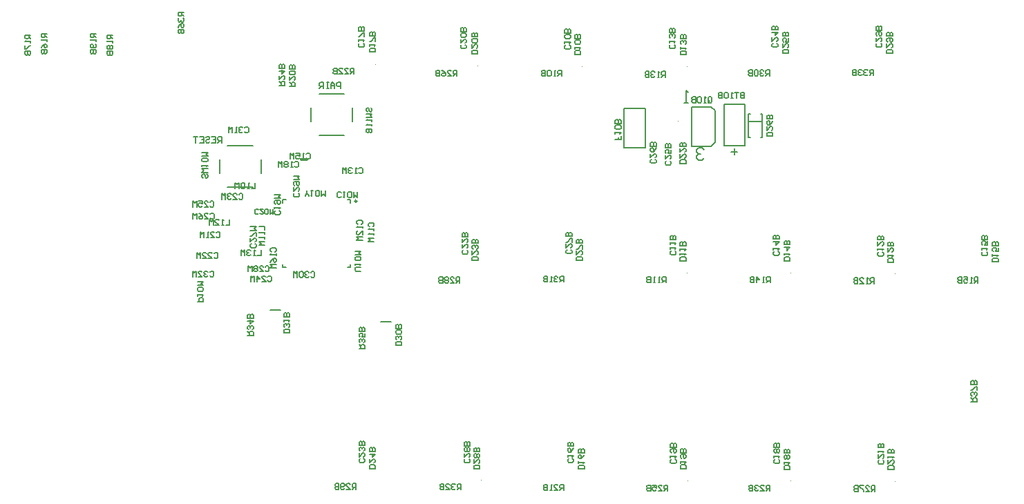
<source format=gbo>
G04 Layer_Color=32896*
%FSLAX25Y25*%
%MOIN*%
G70*
G01*
G75*
%ADD13C,0.01181*%
%ADD14C,0.00591*%
%ADD85C,0.00787*%
%ADD139C,0.00394*%
%ADD140C,0.00984*%
%ADD141C,0.00800*%
%ADD142C,0.00551*%
D13*
X-96880Y55104D02*
X-94223D01*
D14*
X99443Y83038D02*
Y84875D01*
X99902Y85334D01*
X100820D01*
X101279Y84875D01*
Y83038D01*
X100820Y82579D01*
X99902D01*
X100361Y83497D02*
X99443Y82579D01*
X99902D02*
X99443Y83038D01*
X98524Y82579D02*
X97606D01*
X98065D01*
Y85334D01*
X98524Y84875D01*
X96229D02*
X95769Y85334D01*
X94851D01*
X94392Y84875D01*
Y83038D01*
X94851Y82579D01*
X95769D01*
X96229Y83038D01*
Y84875D01*
X93474Y85334D02*
Y82579D01*
X92096D01*
X91637Y83038D01*
Y83497D01*
X92096Y83956D01*
X93474D01*
X92096D01*
X91637Y84415D01*
Y84875D01*
X92096Y85334D01*
X93474D01*
X57479Y66601D02*
Y64764D01*
X56102D01*
Y65682D01*
Y64764D01*
X54724D01*
Y67519D02*
Y68437D01*
Y67978D01*
X57479D01*
X57020Y67519D01*
Y69815D02*
X57479Y70274D01*
Y71192D01*
X57020Y71651D01*
X55184D01*
X54724Y71192D01*
Y70274D01*
X55184Y69815D01*
X57020D01*
X57479Y72570D02*
X54724D01*
Y73947D01*
X55184Y74406D01*
X55643D01*
X56102Y73947D01*
Y72570D01*
Y73947D01*
X56561Y74406D01*
X57020D01*
X57479Y73947D01*
Y72570D01*
X130609Y66437D02*
X127854D01*
Y67814D01*
X128314Y68274D01*
X130150D01*
X130609Y67814D01*
Y66437D01*
X127854Y71029D02*
Y69192D01*
X129691Y71029D01*
X130150D01*
X130609Y70569D01*
Y69651D01*
X130150Y69192D01*
X130609Y73784D02*
X130150Y72865D01*
X129232Y71947D01*
X128314D01*
X127854Y72406D01*
Y73325D01*
X128314Y73784D01*
X128773D01*
X129232Y73325D01*
Y71947D01*
X130609Y74702D02*
X127854D01*
Y76080D01*
X128314Y76539D01*
X128773D01*
X129232Y76080D01*
Y74702D01*
Y76080D01*
X129691Y76539D01*
X130150D01*
X130609Y76080D01*
Y74702D01*
X88779Y53150D02*
X86023D01*
Y54527D01*
X86483Y54986D01*
X88319D01*
X88779Y54527D01*
Y53150D01*
X86023Y57741D02*
Y55905D01*
X87860Y57741D01*
X88319D01*
X88779Y57282D01*
Y56364D01*
X88319Y55905D01*
X86023Y60496D02*
Y58660D01*
X87860Y60496D01*
X88319D01*
X88779Y60037D01*
Y59119D01*
X88319Y58660D01*
X88779Y61415D02*
X86023D01*
Y62792D01*
X86483Y63251D01*
X86942D01*
X87401Y62792D01*
Y61415D01*
Y62792D01*
X87860Y63251D01*
X88319D01*
X88779Y62792D01*
Y61415D01*
X116942Y87502D02*
Y84747D01*
X115565D01*
X115106Y85206D01*
Y85665D01*
X115565Y86124D01*
X116942D01*
X115565D01*
X115106Y86583D01*
Y87042D01*
X115565Y87502D01*
X116942D01*
X114187D02*
X112351D01*
X113269D01*
Y84747D01*
X111432D02*
X110514D01*
X110973D01*
Y87502D01*
X111432Y87042D01*
X109136D02*
X108677Y87502D01*
X107759D01*
X107300Y87042D01*
Y85206D01*
X107759Y84747D01*
X108677D01*
X109136Y85206D01*
Y87042D01*
X106381Y87502D02*
Y84747D01*
X105004D01*
X104545Y85206D01*
Y85665D01*
X105004Y86124D01*
X106381D01*
X105004D01*
X104545Y86583D01*
Y87042D01*
X105004Y87502D01*
X106381D01*
X-94846Y37472D02*
Y37931D01*
X-93928Y38850D01*
X-93010Y37931D01*
Y37472D01*
X-93928Y38850D02*
Y40227D01*
X-92092D02*
X-91173D01*
X-91632D01*
Y37472D01*
X-92092Y37931D01*
X-89796D02*
X-89337Y37472D01*
X-88418D01*
X-87959Y37931D01*
Y39768D01*
X-88418Y40227D01*
X-89337D01*
X-89796Y39768D01*
Y37931D01*
X-87041Y40227D02*
Y37472D01*
X-86122Y38390D01*
X-85204Y37472D01*
Y40227D01*
X-68111Y1280D02*
X-70407D01*
X-70866Y1739D01*
Y2657D01*
X-70407Y3116D01*
X-68111D01*
X-70866Y4035D02*
Y4953D01*
Y4494D01*
X-68111D01*
X-68570Y4035D01*
Y6330D02*
X-68111Y6790D01*
Y7708D01*
X-68570Y8167D01*
X-70407D01*
X-70866Y7708D01*
Y6790D01*
X-70407Y6330D01*
X-68570D01*
X-70866Y9085D02*
X-68111D01*
X-69029Y10004D01*
X-68111Y10922D01*
X-70866D01*
X-142291Y47998D02*
X-141832Y47539D01*
Y46621D01*
X-142291Y46161D01*
X-142750D01*
X-143209Y46621D01*
Y47539D01*
X-143668Y47998D01*
X-144128D01*
X-144587Y47539D01*
Y46621D01*
X-144128Y46161D01*
X-141832Y48916D02*
X-144587D01*
X-143668Y49835D01*
X-144587Y50753D01*
X-141832D01*
X-144587Y51671D02*
Y52590D01*
Y52131D01*
X-141832D01*
X-142291Y51671D01*
Y53967D02*
X-141832Y54426D01*
Y55345D01*
X-142291Y55804D01*
X-144128D01*
X-144587Y55345D01*
Y54426D01*
X-144128Y53967D01*
X-142291D01*
X-144587Y56722D02*
X-141832D01*
X-142750Y57641D01*
X-141832Y58559D01*
X-144587D01*
X-146850Y-13484D02*
X-144095D01*
Y-12107D01*
X-144554Y-11648D01*
X-145473D01*
X-145932Y-12107D01*
Y-13484D01*
X-146850Y-10729D02*
Y-9811D01*
Y-10270D01*
X-144095D01*
X-144554Y-10729D01*
Y-8433D02*
X-144095Y-7974D01*
Y-7056D01*
X-144554Y-6597D01*
X-146391D01*
X-146850Y-7056D01*
Y-7974D01*
X-146391Y-8433D01*
X-144554D01*
X-146850Y-5678D02*
X-144095D01*
X-145014Y-4760D01*
X-144095Y-3842D01*
X-146850D01*
X-116142Y11416D02*
Y8661D01*
X-117978D01*
X-118897D02*
X-119815D01*
X-119356D01*
Y11416D01*
X-118897Y10957D01*
X-121193D02*
X-121652Y11416D01*
X-122570D01*
X-123029Y10957D01*
Y10498D01*
X-122570Y10039D01*
X-122111D01*
X-122570D01*
X-123029Y9580D01*
Y9121D01*
X-122570Y8661D01*
X-121652D01*
X-121193Y9121D01*
X-123948Y8661D02*
Y11416D01*
X-124866Y10498D01*
X-125784Y11416D01*
Y8661D01*
X-131398Y26082D02*
Y23327D01*
X-133234D01*
X-134153D02*
X-135071D01*
X-134612D01*
Y26082D01*
X-134153Y25623D01*
X-138285Y23327D02*
X-136449D01*
X-138285Y25163D01*
Y25623D01*
X-137826Y26082D01*
X-136908D01*
X-136449Y25623D01*
X-139204Y23327D02*
Y26082D01*
X-140122Y25163D01*
X-141040Y26082D01*
Y23327D01*
X-117125Y22835D02*
X-114370D01*
Y20998D01*
Y20080D02*
Y19161D01*
Y19621D01*
X-117125D01*
X-116666Y20080D01*
X-114370Y17784D02*
Y16865D01*
Y17325D01*
X-117125D01*
X-116666Y17784D01*
X-114370Y15488D02*
X-117125D01*
X-116207Y14570D01*
X-117125Y13651D01*
X-114370D01*
X-118996Y43897D02*
Y41142D01*
X-120833D01*
X-121751D02*
X-122669D01*
X-122210D01*
Y43897D01*
X-121751Y43438D01*
X-124047D02*
X-124506Y43897D01*
X-125425D01*
X-125884Y43438D01*
Y41601D01*
X-125425Y41142D01*
X-124506D01*
X-124047Y41601D01*
Y43438D01*
X-126802Y41142D02*
Y43897D01*
X-127720Y42978D01*
X-128639Y43897D01*
Y41142D01*
X-92191Y524D02*
X-91732Y983D01*
X-90814D01*
X-90354Y524D01*
Y-1312D01*
X-90814Y-1772D01*
X-91732D01*
X-92191Y-1312D01*
X-93109Y524D02*
X-93569Y983D01*
X-94487D01*
X-94946Y524D01*
Y65D01*
X-94487Y-394D01*
X-94028D01*
X-94487D01*
X-94946Y-853D01*
Y-1312D01*
X-94487Y-1772D01*
X-93569D01*
X-93109Y-1312D01*
X-95864Y524D02*
X-96324Y983D01*
X-97242D01*
X-97701Y524D01*
Y-1312D01*
X-97242Y-1772D01*
X-96324D01*
X-95864Y-1312D01*
Y524D01*
X-98620Y-1772D02*
Y983D01*
X-99538Y65D01*
X-100456Y983D01*
Y-1772D01*
X-98098Y38943D02*
X-97639Y38484D01*
Y37565D01*
X-98098Y37106D01*
X-99935D01*
X-100394Y37565D01*
Y38484D01*
X-99935Y38943D01*
X-100394Y41698D02*
Y39861D01*
X-98557Y41698D01*
X-98098D01*
X-97639Y41239D01*
Y40321D01*
X-98098Y39861D01*
X-99935Y42616D02*
X-100394Y43075D01*
Y43994D01*
X-99935Y44453D01*
X-98098D01*
X-97639Y43994D01*
Y43075D01*
X-98098Y42616D01*
X-98557D01*
X-99016Y43075D01*
Y44453D01*
X-100394Y45371D02*
X-97639D01*
X-98557Y46290D01*
X-97639Y47208D01*
X-100394D01*
X-114140Y3280D02*
X-113681Y3739D01*
X-112762D01*
X-112303Y3280D01*
Y1443D01*
X-112762Y984D01*
X-113681D01*
X-114140Y1443D01*
X-116895Y984D02*
X-115058D01*
X-116895Y2821D01*
Y3280D01*
X-116436Y3739D01*
X-115517D01*
X-115058Y3280D01*
X-117813D02*
X-118272Y3739D01*
X-119191D01*
X-119650Y3280D01*
Y2821D01*
X-119191Y2362D01*
X-119650Y1903D01*
Y1443D01*
X-119191Y984D01*
X-118272D01*
X-117813Y1443D01*
Y1903D01*
X-118272Y2362D01*
X-117813Y2821D01*
Y3280D01*
X-118272Y2362D02*
X-119191D01*
X-120568Y984D02*
Y3739D01*
X-121487Y2821D01*
X-122405Y3739D01*
Y984D01*
X-118987Y14431D02*
X-118528Y13971D01*
Y13053D01*
X-118987Y12594D01*
X-120824D01*
X-121283Y13053D01*
Y13971D01*
X-120824Y14431D01*
X-121283Y17186D02*
Y15349D01*
X-119446Y17186D01*
X-118987D01*
X-118528Y16726D01*
Y15808D01*
X-118987Y15349D01*
X-118528Y18104D02*
Y19941D01*
X-118987D01*
X-120824Y18104D01*
X-121283D01*
Y20859D02*
X-118528D01*
X-119446Y21777D01*
X-118528Y22696D01*
X-121283D01*
X-140715Y28674D02*
X-140255Y29133D01*
X-139337D01*
X-138878Y28674D01*
Y26837D01*
X-139337Y26378D01*
X-140255D01*
X-140715Y26837D01*
X-143470Y26378D02*
X-141633D01*
X-143470Y28215D01*
Y28674D01*
X-143010Y29133D01*
X-142092D01*
X-141633Y28674D01*
X-146225Y29133D02*
X-145306Y28674D01*
X-144388Y27755D01*
Y26837D01*
X-144847Y26378D01*
X-145765D01*
X-146225Y26837D01*
Y27296D01*
X-145765Y27755D01*
X-144388D01*
X-147143Y26378D02*
Y29133D01*
X-148061Y28215D01*
X-148980Y29133D01*
Y26378D01*
X-140813Y34579D02*
X-140354Y35039D01*
X-139436D01*
X-138976Y34579D01*
Y32743D01*
X-139436Y32283D01*
X-140354D01*
X-140813Y32743D01*
X-143568Y32283D02*
X-141732D01*
X-143568Y34120D01*
Y34579D01*
X-143109Y35039D01*
X-142191D01*
X-141732Y34579D01*
X-146323Y35039D02*
X-144486D01*
Y33661D01*
X-145405Y34120D01*
X-145864D01*
X-146323Y33661D01*
Y32743D01*
X-145864Y32283D01*
X-144946D01*
X-144486Y32743D01*
X-147241Y32283D02*
Y35039D01*
X-148160Y34120D01*
X-149078Y35039D01*
Y32283D01*
X-140911Y819D02*
X-140452Y1279D01*
X-139534D01*
X-139075Y819D01*
Y-1017D01*
X-139534Y-1476D01*
X-140452D01*
X-140911Y-1017D01*
X-141830Y819D02*
X-142289Y1279D01*
X-143207D01*
X-143667Y819D01*
Y360D01*
X-143207Y-99D01*
X-142748D01*
X-143207D01*
X-143667Y-558D01*
Y-1017D01*
X-143207Y-1476D01*
X-142289D01*
X-141830Y-1017D01*
X-146422Y-1476D02*
X-144585D01*
X-146422Y360D01*
Y819D01*
X-145962Y1279D01*
X-145044D01*
X-144585Y819D01*
X-147340Y-1476D02*
Y1279D01*
X-148258Y360D01*
X-149177Y1279D01*
Y-1476D01*
X-126837Y38221D02*
X-126377Y38680D01*
X-125459D01*
X-125000Y38221D01*
Y36384D01*
X-125459Y35925D01*
X-126377D01*
X-126837Y36384D01*
X-129592Y35925D02*
X-127755D01*
X-129592Y37762D01*
Y38221D01*
X-129133Y38680D01*
X-128214D01*
X-127755Y38221D01*
X-130510D02*
X-130969Y38680D01*
X-131888D01*
X-132347Y38221D01*
Y37762D01*
X-131888Y37303D01*
X-131428D01*
X-131888D01*
X-132347Y36843D01*
Y36384D01*
X-131888Y35925D01*
X-130969D01*
X-130510Y36384D01*
X-133265Y35925D02*
Y38680D01*
X-134183Y37762D01*
X-135102Y38680D01*
Y35925D01*
X-138845Y9678D02*
X-138385Y10137D01*
X-137467D01*
X-137008Y9678D01*
Y7841D01*
X-137467Y7382D01*
X-138385D01*
X-138845Y7841D01*
X-141600Y7382D02*
X-139763D01*
X-141600Y9219D01*
Y9678D01*
X-141140Y10137D01*
X-140222D01*
X-139763Y9678D01*
X-144355Y7382D02*
X-142518D01*
X-144355Y9219D01*
Y9678D01*
X-143895Y10137D01*
X-142977D01*
X-142518Y9678D01*
X-145273Y7382D02*
Y10137D01*
X-146191Y9219D01*
X-147110Y10137D01*
Y7382D01*
X-137762Y19717D02*
X-137303Y20176D01*
X-136384D01*
X-135925Y19717D01*
Y17880D01*
X-136384Y17421D01*
X-137303D01*
X-137762Y17880D01*
X-140517Y17421D02*
X-138680D01*
X-140517Y19258D01*
Y19717D01*
X-140058Y20176D01*
X-139139D01*
X-138680Y19717D01*
X-141435Y17421D02*
X-142354D01*
X-141894D01*
Y20176D01*
X-141435Y19717D01*
X-143731Y17421D02*
Y20176D01*
X-144650Y19258D01*
X-145568Y20176D01*
Y17421D01*
X-107350Y30380D02*
X-106891Y29921D01*
Y29002D01*
X-107350Y28543D01*
X-109186D01*
X-109646Y29002D01*
Y29921D01*
X-109186Y30380D01*
X-109646Y31298D02*
Y32217D01*
Y31758D01*
X-106891D01*
X-107350Y31298D01*
X-109186Y33594D02*
X-109646Y34053D01*
Y34972D01*
X-109186Y35431D01*
X-107350D01*
X-106891Y34972D01*
Y34053D01*
X-107350Y33594D01*
X-107809D01*
X-108268Y34053D01*
Y35431D01*
X-109646Y36349D02*
X-106891D01*
X-107809Y37268D01*
X-106891Y38186D01*
X-109646D01*
X-99967Y53674D02*
X-99507Y54133D01*
X-98589D01*
X-98130Y53674D01*
Y51837D01*
X-98589Y51378D01*
X-99507D01*
X-99967Y51837D01*
X-100885Y51378D02*
X-101803D01*
X-101344D01*
Y54133D01*
X-100885Y53674D01*
X-103181D02*
X-103640Y54133D01*
X-104558D01*
X-105017Y53674D01*
Y53215D01*
X-104558Y52755D01*
X-105017Y52296D01*
Y51837D01*
X-104558Y51378D01*
X-103640D01*
X-103181Y51837D01*
Y52296D01*
X-103640Y52755D01*
X-103181Y53215D01*
Y53674D01*
X-103640Y52755D02*
X-104558D01*
X-105936Y51378D02*
Y54133D01*
X-106854Y53215D01*
X-107773Y54133D01*
Y51378D01*
X-111154Y10565D02*
X-111613Y11024D01*
Y11942D01*
X-111154Y12402D01*
X-109318D01*
X-108858Y11942D01*
Y11024D01*
X-109318Y10565D01*
X-108858Y9647D02*
Y8728D01*
Y9187D01*
X-111613D01*
X-111154Y9647D01*
X-111613Y5514D02*
X-111154Y6432D01*
X-110236Y7351D01*
X-109318D01*
X-108858Y6892D01*
Y5973D01*
X-109318Y5514D01*
X-109777D01*
X-110236Y5973D01*
Y7351D01*
X-108858Y4596D02*
X-111613D01*
X-110695Y3677D01*
X-111613Y2759D01*
X-108858D01*
X-94356Y57709D02*
X-93897Y58168D01*
X-92979D01*
X-92520Y57709D01*
Y55873D01*
X-92979Y55413D01*
X-93897D01*
X-94356Y55873D01*
X-95275Y55413D02*
X-96193D01*
X-95734D01*
Y58168D01*
X-95275Y57709D01*
X-99407Y58168D02*
X-97571D01*
Y56791D01*
X-98489Y57250D01*
X-98948D01*
X-99407Y56791D01*
Y55873D01*
X-98948Y55413D01*
X-98030D01*
X-97571Y55873D01*
X-100326Y55413D02*
Y58168D01*
X-101244Y57250D01*
X-102162Y58168D01*
Y55413D01*
X-68963Y50721D02*
X-68503Y51180D01*
X-67585D01*
X-67126Y50721D01*
Y48884D01*
X-67585Y48425D01*
X-68503D01*
X-68963Y48884D01*
X-69881Y48425D02*
X-70799D01*
X-70340D01*
Y51180D01*
X-69881Y50721D01*
X-72177D02*
X-72636Y51180D01*
X-73554D01*
X-74014Y50721D01*
Y50262D01*
X-73554Y49803D01*
X-73095D01*
X-73554D01*
X-74014Y49343D01*
Y48884D01*
X-73554Y48425D01*
X-72636D01*
X-72177Y48884D01*
X-74932Y48425D02*
Y51180D01*
X-75850Y50262D01*
X-76769Y51180D01*
Y48425D01*
X-69528Y23844D02*
X-69987Y24304D01*
Y25222D01*
X-69528Y25681D01*
X-67691D01*
X-67232Y25222D01*
Y24304D01*
X-67691Y23844D01*
X-67232Y22926D02*
Y22008D01*
Y22467D01*
X-69987D01*
X-69528Y22926D01*
X-67232Y18793D02*
Y20630D01*
X-69069Y18793D01*
X-69528D01*
X-69987Y19253D01*
Y20171D01*
X-69528Y20630D01*
X-67232Y17875D02*
X-69987D01*
X-69069Y16957D01*
X-69987Y16038D01*
X-67232D01*
X-63910Y22770D02*
X-64369Y23229D01*
Y24147D01*
X-63910Y24606D01*
X-62073D01*
X-61614Y24147D01*
Y23229D01*
X-62073Y22770D01*
X-61614Y21851D02*
Y20933D01*
Y21392D01*
X-64369D01*
X-63910Y21851D01*
X-61614Y19555D02*
Y18637D01*
Y19096D01*
X-64369D01*
X-63910Y19555D01*
X-61614Y17260D02*
X-64369D01*
X-63451Y16341D01*
X-64369Y15423D01*
X-61614D01*
X-77494Y37173D02*
X-77953Y36713D01*
X-78872D01*
X-79331Y37173D01*
Y39009D01*
X-78872Y39469D01*
X-77953D01*
X-77494Y39009D01*
X-76576Y39469D02*
X-75657D01*
X-76117D01*
Y36713D01*
X-76576Y37173D01*
X-74280D02*
X-73821Y36713D01*
X-72902D01*
X-72443Y37173D01*
Y39009D01*
X-72902Y39469D01*
X-73821D01*
X-74280Y39009D01*
Y37173D01*
X-71525Y39469D02*
Y36713D01*
X-70606Y37632D01*
X-69688Y36713D01*
Y39469D01*
X-124081Y70406D02*
X-123622Y70865D01*
X-122703D01*
X-122244Y70406D01*
Y68569D01*
X-122703Y68110D01*
X-123622D01*
X-124081Y68569D01*
X-124999Y70406D02*
X-125458Y70865D01*
X-126377D01*
X-126836Y70406D01*
Y69947D01*
X-126377Y69488D01*
X-125917D01*
X-126377D01*
X-126836Y69029D01*
Y68569D01*
X-126377Y68110D01*
X-125458D01*
X-124999Y68569D01*
X-127754Y68110D02*
X-128673D01*
X-128213D01*
Y70865D01*
X-127754Y70406D01*
X-130050Y68110D02*
Y70865D01*
X-130968Y69947D01*
X-131887Y70865D01*
Y68110D01*
X-112959Y-1543D02*
X-112500Y-1084D01*
X-111581D01*
X-111122Y-1543D01*
Y-3379D01*
X-111581Y-3839D01*
X-112500D01*
X-112959Y-3379D01*
X-115714Y-3839D02*
X-113877D01*
X-115714Y-2002D01*
Y-1543D01*
X-115255Y-1084D01*
X-114336D01*
X-113877Y-1543D01*
X-118010Y-3839D02*
Y-1084D01*
X-116632Y-2461D01*
X-118469D01*
X-119387Y-3839D02*
Y-1084D01*
X-120306Y-2002D01*
X-121224Y-1084D01*
Y-3839D01*
X-48426Y-34646D02*
X-51181D01*
Y-33268D01*
X-50722Y-32809D01*
X-48885D01*
X-48426Y-33268D01*
Y-34646D01*
X-48885Y-31891D02*
X-48426Y-31431D01*
Y-30513D01*
X-48885Y-30054D01*
X-49345D01*
X-49804Y-30513D01*
Y-30972D01*
Y-30513D01*
X-50263Y-30054D01*
X-50722D01*
X-51181Y-30513D01*
Y-31431D01*
X-50722Y-31891D01*
X-48885Y-29136D02*
X-48426Y-28677D01*
Y-27758D01*
X-48885Y-27299D01*
X-50722D01*
X-51181Y-27758D01*
Y-28677D01*
X-50722Y-29136D01*
X-48885D01*
X-48426Y-26381D02*
X-51181D01*
Y-25003D01*
X-50722Y-24544D01*
X-50263D01*
X-49804Y-25003D01*
Y-26381D01*
Y-25003D01*
X-49345Y-24544D01*
X-48885D01*
X-48426Y-25003D01*
Y-26381D01*
X32709Y110301D02*
X33168Y109842D01*
Y108924D01*
X32709Y108465D01*
X30872D01*
X30413Y108924D01*
Y109842D01*
X30872Y110301D01*
X30413Y111220D02*
Y112138D01*
Y111679D01*
X33168D01*
X32709Y111220D01*
Y113515D02*
X33168Y113975D01*
Y114893D01*
X32709Y115352D01*
X30872D01*
X30413Y114893D01*
Y113975D01*
X30872Y113515D01*
X32709D01*
X33168Y116270D02*
X30413D01*
Y117648D01*
X30872Y118107D01*
X31332D01*
X31791Y117648D01*
Y116270D01*
Y117648D01*
X32250Y118107D01*
X32709D01*
X33168Y117648D01*
Y116270D01*
X83595Y10990D02*
X84054Y10531D01*
Y9613D01*
X83595Y9154D01*
X81758D01*
X81299Y9613D01*
Y10531D01*
X81758Y10990D01*
X81299Y11909D02*
Y12827D01*
Y12368D01*
X84054D01*
X83595Y11909D01*
X81299Y14204D02*
Y15123D01*
Y14664D01*
X84054D01*
X83595Y14204D01*
X84054Y16500D02*
X81299D01*
Y17878D01*
X81758Y18337D01*
X82218D01*
X82677Y17878D01*
Y16500D01*
Y17878D01*
X83136Y18337D01*
X83595D01*
X84054Y17878D01*
Y16500D01*
X183694Y10400D02*
X184153Y9940D01*
Y9022D01*
X183694Y8563D01*
X181857D01*
X181398Y9022D01*
Y9940D01*
X181857Y10400D01*
X181398Y11318D02*
Y12236D01*
Y11777D01*
X184153D01*
X183694Y11318D01*
X181398Y15450D02*
Y13614D01*
X183234Y15450D01*
X183694D01*
X184153Y14991D01*
Y14073D01*
X183694Y13614D01*
X184153Y16369D02*
X181398D01*
Y17746D01*
X181857Y18206D01*
X182316D01*
X182775Y17746D01*
Y16369D01*
Y17746D01*
X183234Y18206D01*
X183694D01*
X184153Y17746D01*
Y16369D01*
X83103Y110597D02*
X83562Y110137D01*
Y109219D01*
X83103Y108760D01*
X81266D01*
X80807Y109219D01*
Y110137D01*
X81266Y110597D01*
X80807Y111515D02*
Y112433D01*
Y111974D01*
X83562D01*
X83103Y111515D01*
Y113811D02*
X83562Y114270D01*
Y115188D01*
X83103Y115647D01*
X82644D01*
X82185Y115188D01*
Y114729D01*
Y115188D01*
X81725Y115647D01*
X81266D01*
X80807Y115188D01*
Y114270D01*
X81266Y113811D01*
X83562Y116566D02*
X80807D01*
Y117943D01*
X81266Y118402D01*
X81725D01*
X82185Y117943D01*
Y116566D01*
Y117943D01*
X82644Y118402D01*
X83103D01*
X83562Y117943D01*
Y116566D01*
X133300Y10695D02*
X133759Y10236D01*
Y9317D01*
X133300Y8858D01*
X131463D01*
X131004Y9317D01*
Y10236D01*
X131463Y10695D01*
X131004Y11613D02*
Y12532D01*
Y12072D01*
X133759D01*
X133300Y11613D01*
X131004Y15287D02*
X133759D01*
X132381Y13909D01*
Y15746D01*
X133759Y16664D02*
X131004D01*
Y18042D01*
X131463Y18501D01*
X131922D01*
X132381Y18042D01*
Y16664D01*
Y18042D01*
X132841Y18501D01*
X133300D01*
X133759Y18042D01*
Y16664D01*
X233890Y10597D02*
X234349Y10137D01*
Y9219D01*
X233890Y8760D01*
X232054D01*
X231594Y9219D01*
Y10137D01*
X232054Y10597D01*
X231594Y11515D02*
Y12433D01*
Y11974D01*
X234349D01*
X233890Y11515D01*
X234349Y15647D02*
Y13811D01*
X232972D01*
X233431Y14729D01*
Y15188D01*
X232972Y15647D01*
X232054D01*
X231594Y15188D01*
Y14270D01*
X232054Y13811D01*
X234349Y16566D02*
X231594D01*
Y17943D01*
X232054Y18402D01*
X232513D01*
X232972Y17943D01*
Y16566D01*
Y17943D01*
X233431Y18402D01*
X233890D01*
X234349Y17943D01*
Y16566D01*
X34087Y-89305D02*
X34546Y-89764D01*
Y-90683D01*
X34087Y-91142D01*
X32250D01*
X31791Y-90683D01*
Y-89764D01*
X32250Y-89305D01*
X31791Y-88387D02*
Y-87468D01*
Y-87928D01*
X34546D01*
X34087Y-88387D01*
X34546Y-84254D02*
X34087Y-85172D01*
X33169Y-86091D01*
X32250D01*
X31791Y-85632D01*
Y-84713D01*
X32250Y-84254D01*
X32710D01*
X33169Y-84713D01*
Y-86091D01*
X34546Y-83336D02*
X31791D01*
Y-81958D01*
X32250Y-81499D01*
X32710D01*
X33169Y-81958D01*
Y-83336D01*
Y-81958D01*
X33628Y-81499D01*
X34087D01*
X34546Y-81958D01*
Y-83336D01*
X-66799Y111285D02*
X-66339Y110826D01*
Y109908D01*
X-66799Y109449D01*
X-68635D01*
X-69095Y109908D01*
Y110826D01*
X-68635Y111285D01*
X-69095Y112204D02*
Y113122D01*
Y112663D01*
X-66339D01*
X-66799Y112204D01*
X-66339Y114500D02*
Y116336D01*
X-66799D01*
X-68635Y114500D01*
X-69095D01*
X-66339Y117255D02*
X-69095D01*
Y118632D01*
X-68635Y119091D01*
X-68176D01*
X-67717Y118632D01*
Y117255D01*
Y118632D01*
X-67258Y119091D01*
X-66799D01*
X-66339Y118632D01*
Y117255D01*
X133595Y-89699D02*
X134054Y-90158D01*
Y-91076D01*
X133595Y-91535D01*
X131758D01*
X131299Y-91076D01*
Y-90158D01*
X131758Y-89699D01*
X131299Y-88780D02*
Y-87862D01*
Y-88321D01*
X134054D01*
X133595Y-88780D01*
Y-86485D02*
X134054Y-86025D01*
Y-85107D01*
X133595Y-84648D01*
X133136D01*
X132677Y-85107D01*
X132218Y-84648D01*
X131758D01*
X131299Y-85107D01*
Y-86025D01*
X131758Y-86485D01*
X132218D01*
X132677Y-86025D01*
X133136Y-86485D01*
X133595D01*
X132677Y-86025D02*
Y-85107D01*
X134054Y-83729D02*
X131299D01*
Y-82352D01*
X131758Y-81893D01*
X132218D01*
X132677Y-82352D01*
Y-83729D01*
Y-82352D01*
X133136Y-81893D01*
X133595D01*
X134054Y-82352D01*
Y-83729D01*
X83693Y-89699D02*
X84153Y-90158D01*
Y-91076D01*
X83693Y-91535D01*
X81857D01*
X81398Y-91076D01*
Y-90158D01*
X81857Y-89699D01*
X81398Y-88780D02*
Y-87862D01*
Y-88321D01*
X84153D01*
X83693Y-88780D01*
X81857Y-86485D02*
X81398Y-86025D01*
Y-85107D01*
X81857Y-84648D01*
X83693D01*
X84153Y-85107D01*
Y-86025D01*
X83693Y-86485D01*
X83234D01*
X82775Y-86025D01*
Y-84648D01*
X84153Y-83729D02*
X81398D01*
Y-82352D01*
X81857Y-81893D01*
X82316D01*
X82775Y-82352D01*
Y-83729D01*
Y-82352D01*
X83234Y-81893D01*
X83693D01*
X84153Y-82352D01*
Y-83729D01*
X-17586Y110498D02*
X-17127Y110039D01*
Y109121D01*
X-17586Y108661D01*
X-19423D01*
X-19882Y109121D01*
Y110039D01*
X-19423Y110498D01*
X-19882Y113253D02*
Y111416D01*
X-18045Y113253D01*
X-17586D01*
X-17127Y112794D01*
Y111876D01*
X-17586Y111416D01*
Y114172D02*
X-17127Y114631D01*
Y115549D01*
X-17586Y116008D01*
X-19423D01*
X-19882Y115549D01*
Y114631D01*
X-19423Y114172D01*
X-17586D01*
X-17127Y116927D02*
X-19882D01*
Y118304D01*
X-19423Y118763D01*
X-18964D01*
X-18504Y118304D01*
Y116927D01*
Y118304D01*
X-18045Y118763D01*
X-17586D01*
X-17127Y118304D01*
Y116927D01*
X183890Y-89994D02*
X184350Y-90453D01*
Y-91372D01*
X183890Y-91831D01*
X182054D01*
X181595Y-91372D01*
Y-90453D01*
X182054Y-89994D01*
X181595Y-87239D02*
Y-89076D01*
X183431Y-87239D01*
X183890D01*
X184350Y-87698D01*
Y-88617D01*
X183890Y-89076D01*
X181595Y-86321D02*
Y-85402D01*
Y-85861D01*
X184350D01*
X183890Y-86321D01*
X184350Y-84025D02*
X181595D01*
Y-82647D01*
X182054Y-82188D01*
X182513D01*
X182972Y-82647D01*
Y-84025D01*
Y-82647D01*
X183431Y-82188D01*
X183890D01*
X184350Y-82647D01*
Y-84025D01*
X-16897Y11384D02*
X-16438Y10925D01*
Y10006D01*
X-16897Y9547D01*
X-18734D01*
X-19193Y10006D01*
Y10925D01*
X-18734Y11384D01*
X-19193Y14139D02*
Y12302D01*
X-17356Y14139D01*
X-16897D01*
X-16438Y13680D01*
Y12761D01*
X-16897Y12302D01*
X-19193Y16894D02*
Y15057D01*
X-17356Y16894D01*
X-16897D01*
X-16438Y16435D01*
Y15517D01*
X-16897Y15057D01*
X-16438Y17812D02*
X-19193D01*
Y19190D01*
X-18734Y19649D01*
X-18275D01*
X-17815Y19190D01*
Y17812D01*
Y19190D01*
X-17356Y19649D01*
X-16897D01*
X-16438Y19190D01*
Y17812D01*
X-66602Y-89305D02*
X-66143Y-89764D01*
Y-90683D01*
X-66602Y-91142D01*
X-68439D01*
X-68898Y-90683D01*
Y-89764D01*
X-68439Y-89305D01*
X-68898Y-86550D02*
Y-88387D01*
X-67061Y-86550D01*
X-66602D01*
X-66143Y-87009D01*
Y-87928D01*
X-66602Y-88387D01*
Y-85632D02*
X-66143Y-85172D01*
Y-84254D01*
X-66602Y-83795D01*
X-67061D01*
X-67520Y-84254D01*
Y-84713D01*
Y-84254D01*
X-67979Y-83795D01*
X-68439D01*
X-68898Y-84254D01*
Y-85172D01*
X-68439Y-85632D01*
X-66143Y-82877D02*
X-68898D01*
Y-81499D01*
X-68439Y-81040D01*
X-67979D01*
X-67520Y-81499D01*
Y-82877D01*
Y-81499D01*
X-67061Y-81040D01*
X-66602D01*
X-66143Y-81499D01*
Y-82877D01*
X132709Y111285D02*
X133168Y110826D01*
Y109908D01*
X132709Y109449D01*
X130872D01*
X130413Y109908D01*
Y110826D01*
X130872Y111285D01*
X130413Y114041D02*
Y112204D01*
X132250Y114041D01*
X132709D01*
X133168Y113581D01*
Y112663D01*
X132709Y112204D01*
X130413Y116336D02*
X133168D01*
X131791Y114959D01*
Y116796D01*
X133168Y117714D02*
X130413D01*
Y119091D01*
X130872Y119551D01*
X131332D01*
X131791Y119091D01*
Y117714D01*
Y119091D01*
X132250Y119551D01*
X132709D01*
X133168Y119091D01*
Y117714D01*
X81134Y54396D02*
X81594Y53937D01*
Y53018D01*
X81134Y52559D01*
X79298D01*
X78838Y53018D01*
Y53937D01*
X79298Y54396D01*
X78838Y57151D02*
Y55314D01*
X80675Y57151D01*
X81134D01*
X81594Y56692D01*
Y55773D01*
X81134Y55314D01*
X81594Y59906D02*
Y58069D01*
X80216D01*
X80675Y58987D01*
Y59447D01*
X80216Y59906D01*
X79298D01*
X78838Y59447D01*
Y58528D01*
X79298Y58069D01*
X81594Y60824D02*
X78838D01*
Y62202D01*
X79298Y62661D01*
X79757D01*
X80216Y62202D01*
Y60824D01*
Y62202D01*
X80675Y62661D01*
X81134D01*
X81594Y62202D01*
Y60824D01*
X74048Y55183D02*
X74507Y54724D01*
Y53806D01*
X74048Y53347D01*
X72211D01*
X71752Y53806D01*
Y54724D01*
X72211Y55183D01*
X71752Y57938D02*
Y56102D01*
X73589Y57938D01*
X74048D01*
X74507Y57479D01*
Y56561D01*
X74048Y56102D01*
X74507Y60693D02*
X74048Y59775D01*
X73129Y58856D01*
X72211D01*
X71752Y59316D01*
Y60234D01*
X72211Y60693D01*
X72670D01*
X73129Y60234D01*
Y58856D01*
X74507Y61611D02*
X71752D01*
Y62989D01*
X72211Y63448D01*
X72670D01*
X73129Y62989D01*
Y61611D01*
Y62989D01*
X73589Y63448D01*
X74048D01*
X74507Y62989D01*
Y61611D01*
X33300Y11581D02*
X33759Y11122D01*
Y10203D01*
X33300Y9744D01*
X31463D01*
X31004Y10203D01*
Y11122D01*
X31463Y11581D01*
X31004Y14336D02*
Y12499D01*
X32841Y14336D01*
X33300D01*
X33759Y13877D01*
Y12958D01*
X33300Y12499D01*
X33759Y15254D02*
Y17091D01*
X33300D01*
X31463Y15254D01*
X31004D01*
X33759Y18009D02*
X31004D01*
Y19387D01*
X31463Y19846D01*
X31922D01*
X32381Y19387D01*
Y18009D01*
Y19387D01*
X32841Y19846D01*
X33300D01*
X33759Y19387D01*
Y18009D01*
X-15814Y-89502D02*
X-15355Y-89961D01*
Y-90879D01*
X-15814Y-91339D01*
X-17651D01*
X-18110Y-90879D01*
Y-89961D01*
X-17651Y-89502D01*
X-18110Y-86747D02*
Y-88584D01*
X-16274Y-86747D01*
X-15814D01*
X-15355Y-87206D01*
Y-88124D01*
X-15814Y-88584D01*
Y-85829D02*
X-15355Y-85369D01*
Y-84451D01*
X-15814Y-83992D01*
X-16274D01*
X-16733Y-84451D01*
X-17192Y-83992D01*
X-17651D01*
X-18110Y-84451D01*
Y-85369D01*
X-17651Y-85829D01*
X-17192D01*
X-16733Y-85369D01*
X-16274Y-85829D01*
X-15814D01*
X-16733Y-85369D02*
Y-84451D01*
X-15355Y-83074D02*
X-18110D01*
Y-81696D01*
X-17651Y-81237D01*
X-17192D01*
X-16733Y-81696D01*
Y-83074D01*
Y-81696D01*
X-16274Y-81237D01*
X-15814D01*
X-15355Y-81696D01*
Y-83074D01*
X182808Y111187D02*
X183267Y110728D01*
Y109810D01*
X182808Y109350D01*
X180971D01*
X180512Y109810D01*
Y110728D01*
X180971Y111187D01*
X180512Y113942D02*
Y112105D01*
X182349Y113942D01*
X182808D01*
X183267Y113483D01*
Y112565D01*
X182808Y112105D01*
X180971Y114860D02*
X180512Y115320D01*
Y116238D01*
X180971Y116697D01*
X182808D01*
X183267Y116238D01*
Y115320D01*
X182808Y114860D01*
X182349D01*
X181889Y115320D01*
Y116697D01*
X183267Y117615D02*
X180512D01*
Y118993D01*
X180971Y119452D01*
X181430D01*
X181889Y118993D01*
Y117615D01*
Y118993D01*
X182349Y119452D01*
X182808D01*
X183267Y118993D01*
Y117615D01*
X28839Y95472D02*
Y98228D01*
X27461D01*
X27002Y97768D01*
Y96850D01*
X27461Y96391D01*
X28839D01*
X27920D02*
X27002Y95472D01*
X26083D02*
X25165D01*
X25624D01*
Y98228D01*
X26083Y97768D01*
X23788D02*
X23328Y98228D01*
X22410D01*
X21951Y97768D01*
Y95932D01*
X22410Y95472D01*
X23328D01*
X23788Y95932D01*
Y97768D01*
X21033Y98228D02*
Y95472D01*
X19655D01*
X19196Y95932D01*
Y96391D01*
X19655Y96850D01*
X21033D01*
X19655D01*
X19196Y97309D01*
Y97768D01*
X19655Y98228D01*
X21033D01*
X79134Y-4331D02*
Y-1576D01*
X77756D01*
X77297Y-2035D01*
Y-2953D01*
X77756Y-3412D01*
X79134D01*
X78215D02*
X77297Y-4331D01*
X76379D02*
X75460D01*
X75920D01*
Y-1576D01*
X76379Y-2035D01*
X74083Y-4331D02*
X73165D01*
X73624D01*
Y-1576D01*
X74083Y-2035D01*
X71787Y-1576D02*
Y-4331D01*
X70410D01*
X69950Y-3872D01*
Y-3412D01*
X70410Y-2953D01*
X71787D01*
X70410D01*
X69950Y-2494D01*
Y-2035D01*
X70410Y-1576D01*
X71787D01*
X179527Y-4724D02*
Y-1969D01*
X178150D01*
X177691Y-2429D01*
Y-3347D01*
X178150Y-3806D01*
X179527D01*
X178609D02*
X177691Y-4724D01*
X176772D02*
X175854D01*
X176313D01*
Y-1969D01*
X176772Y-2429D01*
X172640Y-4724D02*
X174477D01*
X172640Y-2888D01*
Y-2429D01*
X173099Y-1969D01*
X174018D01*
X174477Y-2429D01*
X171722Y-1969D02*
Y-4724D01*
X170344D01*
X169885Y-4265D01*
Y-3806D01*
X170344Y-3347D01*
X171722D01*
X170344D01*
X169885Y-2888D01*
Y-2429D01*
X170344Y-1969D01*
X171722D01*
X78838Y94882D02*
Y97637D01*
X77461D01*
X77002Y97178D01*
Y96259D01*
X77461Y95800D01*
X78838D01*
X77920D02*
X77002Y94882D01*
X76083D02*
X75165D01*
X75624D01*
Y97637D01*
X76083Y97178D01*
X73788D02*
X73329Y97637D01*
X72410D01*
X71951Y97178D01*
Y96719D01*
X72410Y96259D01*
X72869D01*
X72410D01*
X71951Y95800D01*
Y95341D01*
X72410Y94882D01*
X73329D01*
X73788Y95341D01*
X71033Y97637D02*
Y94882D01*
X69655D01*
X69196Y95341D01*
Y95800D01*
X69655Y96259D01*
X71033D01*
X69655D01*
X69196Y96719D01*
Y97178D01*
X69655Y97637D01*
X71033D01*
X129429Y-4331D02*
Y-1576D01*
X128052D01*
X127592Y-2035D01*
Y-2953D01*
X128052Y-3412D01*
X129429D01*
X128511D02*
X127592Y-4331D01*
X126674D02*
X125756D01*
X126215D01*
Y-1576D01*
X126674Y-2035D01*
X123001Y-4331D02*
Y-1576D01*
X124378Y-2953D01*
X122541D01*
X121623Y-1576D02*
Y-4331D01*
X120246D01*
X119787Y-3872D01*
Y-3412D01*
X120246Y-2953D01*
X121623D01*
X120246D01*
X119787Y-2494D01*
Y-2035D01*
X120246Y-1576D01*
X121623D01*
X229724Y-4429D02*
Y-1674D01*
X228347D01*
X227888Y-2133D01*
Y-3052D01*
X228347Y-3511D01*
X229724D01*
X228806D02*
X227888Y-4429D01*
X226969D02*
X226051D01*
X226510D01*
Y-1674D01*
X226969Y-2133D01*
X222837Y-1674D02*
X224674D01*
Y-3052D01*
X223755Y-2592D01*
X223296D01*
X222837Y-3052D01*
Y-3970D01*
X223296Y-4429D01*
X224214D01*
X224674Y-3970D01*
X221919Y-1674D02*
Y-4429D01*
X220541D01*
X220082Y-3970D01*
Y-3511D01*
X220541Y-3052D01*
X221919D01*
X220541D01*
X220082Y-2592D01*
Y-2133D01*
X220541Y-1674D01*
X221919D01*
X-219488Y115847D02*
X-222243D01*
Y114469D01*
X-221784Y114010D01*
X-220866D01*
X-220407Y114469D01*
Y115847D01*
Y114928D02*
X-219488Y114010D01*
Y113091D02*
Y112173D01*
Y112632D01*
X-222243D01*
X-221784Y113091D01*
X-222243Y108959D02*
X-221784Y109877D01*
X-220866Y110796D01*
X-219947D01*
X-219488Y110336D01*
Y109418D01*
X-219947Y108959D01*
X-220407D01*
X-220866Y109418D01*
Y110796D01*
X-222243Y108041D02*
X-219488D01*
Y106663D01*
X-219947Y106204D01*
X-220407D01*
X-220866Y106663D01*
Y108041D01*
Y106663D01*
X-221325Y106204D01*
X-221784D01*
X-222243Y106663D01*
Y108041D01*
X-227264Y115256D02*
X-230019D01*
Y113878D01*
X-229560Y113419D01*
X-228641D01*
X-228182Y113878D01*
Y115256D01*
Y114338D02*
X-227264Y113419D01*
Y112501D02*
Y111583D01*
Y112042D01*
X-230019D01*
X-229560Y112501D01*
X-230019Y110205D02*
Y108368D01*
X-229560D01*
X-227723Y110205D01*
X-227264D01*
X-230019Y107450D02*
X-227264D01*
Y106072D01*
X-227723Y105613D01*
X-228182D01*
X-228641Y106072D01*
Y107450D01*
Y106072D01*
X-229100Y105613D01*
X-229560D01*
X-230019Y106072D01*
Y107450D01*
X-187697Y115256D02*
X-190452D01*
Y113878D01*
X-189993Y113419D01*
X-189074D01*
X-188615Y113878D01*
Y115256D01*
Y114338D02*
X-187697Y113419D01*
Y112501D02*
Y111583D01*
Y112042D01*
X-190452D01*
X-189993Y112501D01*
Y110205D02*
X-190452Y109746D01*
Y108827D01*
X-189993Y108368D01*
X-189534D01*
X-189074Y108827D01*
X-188615Y108368D01*
X-188156D01*
X-187697Y108827D01*
Y109746D01*
X-188156Y110205D01*
X-188615D01*
X-189074Y109746D01*
X-189534Y110205D01*
X-189993D01*
X-189074Y109746D02*
Y108827D01*
X-190452Y107450D02*
X-187697D01*
Y106072D01*
X-188156Y105613D01*
X-188615D01*
X-189074Y106072D01*
Y107450D01*
Y106072D01*
X-189534Y105613D01*
X-189993D01*
X-190452Y106072D01*
Y107450D01*
X-195768Y115847D02*
X-198523D01*
Y114469D01*
X-198064Y114010D01*
X-197145D01*
X-196686Y114469D01*
Y115847D01*
Y114928D02*
X-195768Y114010D01*
Y113091D02*
Y112173D01*
Y112632D01*
X-198523D01*
X-198064Y113091D01*
X-196227Y110796D02*
X-195768Y110336D01*
Y109418D01*
X-196227Y108959D01*
X-198064D01*
X-198523Y109418D01*
Y110336D01*
X-198064Y110796D01*
X-197604D01*
X-197145Y110336D01*
Y108959D01*
X-198523Y108041D02*
X-195768D01*
Y106663D01*
X-196227Y106204D01*
X-196686D01*
X-197145Y106663D01*
Y108041D01*
Y106663D01*
X-197604Y106204D01*
X-198064D01*
X-198523Y106663D01*
Y108041D01*
X-102461Y90551D02*
X-99706D01*
Y91929D01*
X-100165Y92388D01*
X-101083D01*
X-101542Y91929D01*
Y90551D01*
Y91470D02*
X-102461Y92388D01*
Y95143D02*
Y93306D01*
X-100624Y95143D01*
X-100165D01*
X-99706Y94684D01*
Y93765D01*
X-100165Y93306D01*
Y96061D02*
X-99706Y96520D01*
Y97439D01*
X-100165Y97898D01*
X-102002D01*
X-102461Y97439D01*
Y96520D01*
X-102002Y96061D01*
X-100165D01*
X-99706Y98816D02*
X-102461D01*
Y100194D01*
X-102002Y100653D01*
X-101542D01*
X-101083Y100194D01*
Y98816D01*
Y100194D01*
X-100624Y100653D01*
X-100165D01*
X-99706Y100194D01*
Y98816D01*
X29823Y-104626D02*
Y-101871D01*
X28445D01*
X27986Y-102330D01*
Y-103249D01*
X28445Y-103708D01*
X29823D01*
X28905D02*
X27986Y-104626D01*
X25231D02*
X27068D01*
X25231Y-102789D01*
Y-102330D01*
X25690Y-101871D01*
X26609D01*
X27068Y-102330D01*
X24313Y-104626D02*
X23394D01*
X23854D01*
Y-101871D01*
X24313Y-102330D01*
X22017Y-101871D02*
Y-104626D01*
X20639D01*
X20180Y-104167D01*
Y-103708D01*
X20639Y-103249D01*
X22017D01*
X20639D01*
X20180Y-102789D01*
Y-102330D01*
X20639Y-101871D01*
X22017D01*
X-71260Y96457D02*
Y99212D01*
X-72637D01*
X-73097Y98752D01*
Y97834D01*
X-72637Y97375D01*
X-71260D01*
X-72178D02*
X-73097Y96457D01*
X-75852D02*
X-74015D01*
X-75852Y98293D01*
Y98752D01*
X-75392Y99212D01*
X-74474D01*
X-74015Y98752D01*
X-78607Y96457D02*
X-76770D01*
X-78607Y98293D01*
Y98752D01*
X-78147Y99212D01*
X-77229D01*
X-76770Y98752D01*
X-79525Y99212D02*
Y96457D01*
X-80902D01*
X-81362Y96916D01*
Y97375D01*
X-80902Y97834D01*
X-79525D01*
X-80902D01*
X-81362Y98293D01*
Y98752D01*
X-80902Y99212D01*
X-79525D01*
X129331Y-104823D02*
Y-102068D01*
X127953D01*
X127494Y-102527D01*
Y-103445D01*
X127953Y-103904D01*
X129331D01*
X128412D02*
X127494Y-104823D01*
X124739D02*
X126576D01*
X124739Y-102986D01*
Y-102527D01*
X125198Y-102068D01*
X126117D01*
X126576Y-102527D01*
X123821D02*
X123362Y-102068D01*
X122443D01*
X121984Y-102527D01*
Y-102986D01*
X122443Y-103445D01*
X122902D01*
X122443D01*
X121984Y-103904D01*
Y-104364D01*
X122443Y-104823D01*
X123362D01*
X123821Y-104364D01*
X121066Y-102068D02*
Y-104823D01*
X119688D01*
X119229Y-104364D01*
Y-103904D01*
X119688Y-103445D01*
X121066D01*
X119688D01*
X119229Y-102986D01*
Y-102527D01*
X119688Y-102068D01*
X121066D01*
X-107480Y90945D02*
X-104725D01*
Y92322D01*
X-105184Y92782D01*
X-106103D01*
X-106562Y92322D01*
Y90945D01*
Y91863D02*
X-107480Y92782D01*
Y95537D02*
Y93700D01*
X-105644Y95537D01*
X-105184D01*
X-104725Y95077D01*
Y94159D01*
X-105184Y93700D01*
X-107480Y97832D02*
X-104725D01*
X-106103Y96455D01*
Y98292D01*
X-104725Y99210D02*
X-107480D01*
Y100587D01*
X-107021Y101047D01*
X-106562D01*
X-106103Y100587D01*
Y99210D01*
Y100587D01*
X-105644Y101047D01*
X-105184D01*
X-104725Y100587D01*
Y99210D01*
X80020Y-104823D02*
Y-102068D01*
X78642D01*
X78183Y-102527D01*
Y-103445D01*
X78642Y-103904D01*
X80020D01*
X79101D02*
X78183Y-104823D01*
X75428D02*
X77265D01*
X75428Y-102986D01*
Y-102527D01*
X75887Y-102068D01*
X76806D01*
X77265Y-102527D01*
X72673Y-102068D02*
X74510D01*
Y-103445D01*
X73591Y-102986D01*
X73132D01*
X72673Y-103445D01*
Y-104364D01*
X73132Y-104823D01*
X74050D01*
X74510Y-104364D01*
X71755Y-102068D02*
Y-104823D01*
X70377D01*
X69918Y-104364D01*
Y-103904D01*
X70377Y-103445D01*
X71755D01*
X70377D01*
X69918Y-102986D01*
Y-102527D01*
X70377Y-102068D01*
X71755D01*
X-21654Y95374D02*
Y98129D01*
X-23031D01*
X-23490Y97670D01*
Y96751D01*
X-23031Y96292D01*
X-21654D01*
X-22572D02*
X-23490Y95374D01*
X-26245D02*
X-24409D01*
X-26245Y97211D01*
Y97670D01*
X-25786Y98129D01*
X-24868D01*
X-24409Y97670D01*
X-29000Y98129D02*
X-28082Y97670D01*
X-27164Y96751D01*
Y95833D01*
X-27623Y95374D01*
X-28541D01*
X-29000Y95833D01*
Y96292D01*
X-28541Y96751D01*
X-27164D01*
X-29919Y98129D02*
Y95374D01*
X-31296D01*
X-31755Y95833D01*
Y96292D01*
X-31296Y96751D01*
X-29919D01*
X-31296D01*
X-31755Y97211D01*
Y97670D01*
X-31296Y98129D01*
X-29919D01*
X180020Y-105118D02*
Y-102363D01*
X178642D01*
X178183Y-102822D01*
Y-103741D01*
X178642Y-104200D01*
X180020D01*
X179101D02*
X178183Y-105118D01*
X175428D02*
X177265D01*
X175428Y-103281D01*
Y-102822D01*
X175887Y-102363D01*
X176805D01*
X177265Y-102822D01*
X174510Y-102363D02*
X172673D01*
Y-102822D01*
X174510Y-104659D01*
Y-105118D01*
X171755Y-102363D02*
Y-105118D01*
X170377D01*
X169918Y-104659D01*
Y-104200D01*
X170377Y-103741D01*
X171755D01*
X170377D01*
X169918Y-103281D01*
Y-102822D01*
X170377Y-102363D01*
X171755D01*
X-20276Y-4429D02*
Y-1674D01*
X-21653D01*
X-22112Y-2133D01*
Y-3052D01*
X-21653Y-3511D01*
X-20276D01*
X-21194D02*
X-22112Y-4429D01*
X-24867D02*
X-23031D01*
X-24867Y-2592D01*
Y-2133D01*
X-24408Y-1674D01*
X-23490D01*
X-23031Y-2133D01*
X-25786D02*
X-26245Y-1674D01*
X-27163D01*
X-27622Y-2133D01*
Y-2592D01*
X-27163Y-3052D01*
X-27622Y-3511D01*
Y-3970D01*
X-27163Y-4429D01*
X-26245D01*
X-25786Y-3970D01*
Y-3511D01*
X-26245Y-3052D01*
X-25786Y-2592D01*
Y-2133D01*
X-26245Y-3052D02*
X-27163D01*
X-28541Y-1674D02*
Y-4429D01*
X-29918D01*
X-30377Y-3970D01*
Y-3511D01*
X-29918Y-3052D01*
X-28541D01*
X-29918D01*
X-30377Y-2592D01*
Y-2133D01*
X-29918Y-1674D01*
X-28541D01*
X-70374Y-104134D02*
Y-101379D01*
X-71752D01*
X-72211Y-101838D01*
Y-102756D01*
X-71752Y-103216D01*
X-70374D01*
X-71292D02*
X-72211Y-104134D01*
X-74966D02*
X-73129D01*
X-74966Y-102297D01*
Y-101838D01*
X-74507Y-101379D01*
X-73588D01*
X-73129Y-101838D01*
X-75884Y-103675D02*
X-76343Y-104134D01*
X-77262D01*
X-77721Y-103675D01*
Y-101838D01*
X-77262Y-101379D01*
X-76343D01*
X-75884Y-101838D01*
Y-102297D01*
X-76343Y-102756D01*
X-77721D01*
X-78639Y-101379D02*
Y-104134D01*
X-80017D01*
X-80476Y-103675D01*
Y-103216D01*
X-80017Y-102756D01*
X-78639D01*
X-80017D01*
X-80476Y-102297D01*
Y-101838D01*
X-80017Y-101379D01*
X-78639D01*
X129134Y95571D02*
Y98326D01*
X127756D01*
X127297Y97867D01*
Y96948D01*
X127756Y96489D01*
X129134D01*
X128216D02*
X127297Y95571D01*
X126379Y97867D02*
X125920Y98326D01*
X125001D01*
X124542Y97867D01*
Y97408D01*
X125001Y96948D01*
X125461D01*
X125001D01*
X124542Y96489D01*
Y96030D01*
X125001Y95571D01*
X125920D01*
X126379Y96030D01*
X123624Y97867D02*
X123165Y98326D01*
X122246D01*
X121787Y97867D01*
Y96030D01*
X122246Y95571D01*
X123165D01*
X123624Y96030D01*
Y97867D01*
X120869Y98326D02*
Y95571D01*
X119491D01*
X119032Y96030D01*
Y96489D01*
X119491Y96948D01*
X120869D01*
X119491D01*
X119032Y97408D01*
Y97867D01*
X119491Y98326D01*
X120869D01*
X29823Y-4035D02*
Y-1280D01*
X28445D01*
X27986Y-1740D01*
Y-2658D01*
X28445Y-3117D01*
X29823D01*
X28905D02*
X27986Y-4035D01*
X27068Y-1740D02*
X26609Y-1280D01*
X25690D01*
X25231Y-1740D01*
Y-2199D01*
X25690Y-2658D01*
X26149D01*
X25690D01*
X25231Y-3117D01*
Y-3576D01*
X25690Y-4035D01*
X26609D01*
X27068Y-3576D01*
X24313Y-4035D02*
X23394D01*
X23854D01*
Y-1280D01*
X24313Y-1740D01*
X22017Y-1280D02*
Y-4035D01*
X20639D01*
X20180Y-3576D01*
Y-3117D01*
X20639Y-2658D01*
X22017D01*
X20639D01*
X20180Y-2199D01*
Y-1740D01*
X20639Y-1280D01*
X22017D01*
X-19685Y-104331D02*
Y-101576D01*
X-21063D01*
X-21522Y-102035D01*
Y-102953D01*
X-21063Y-103412D01*
X-19685D01*
X-20603D02*
X-21522Y-104331D01*
X-22440Y-102035D02*
X-22899Y-101576D01*
X-23818D01*
X-24277Y-102035D01*
Y-102494D01*
X-23818Y-102953D01*
X-23358D01*
X-23818D01*
X-24277Y-103412D01*
Y-103872D01*
X-23818Y-104331D01*
X-22899D01*
X-22440Y-103872D01*
X-27032Y-104331D02*
X-25195D01*
X-27032Y-102494D01*
Y-102035D01*
X-26573Y-101576D01*
X-25654D01*
X-25195Y-102035D01*
X-27950Y-101576D02*
Y-104331D01*
X-29328D01*
X-29787Y-103872D01*
Y-103412D01*
X-29328Y-102953D01*
X-27950D01*
X-29328D01*
X-29787Y-102494D01*
Y-102035D01*
X-29328Y-101576D01*
X-27950D01*
X179331Y95768D02*
Y98523D01*
X177953D01*
X177494Y98064D01*
Y97145D01*
X177953Y96686D01*
X179331D01*
X178412D02*
X177494Y95768D01*
X176576Y98064D02*
X176117Y98523D01*
X175198D01*
X174739Y98064D01*
Y97604D01*
X175198Y97145D01*
X175657D01*
X175198D01*
X174739Y96686D01*
Y96227D01*
X175198Y95768D01*
X176117D01*
X176576Y96227D01*
X173821Y98064D02*
X173362Y98523D01*
X172443D01*
X171984Y98064D01*
Y97604D01*
X172443Y97145D01*
X172902D01*
X172443D01*
X171984Y96686D01*
Y96227D01*
X172443Y95768D01*
X173362D01*
X173821Y96227D01*
X171066Y98523D02*
Y95768D01*
X169688D01*
X169229Y96227D01*
Y96686D01*
X169688Y97145D01*
X171066D01*
X169688D01*
X169229Y97604D01*
Y98064D01*
X169688Y98523D01*
X171066D01*
X-68898Y-36122D02*
X-66143D01*
Y-34745D01*
X-66602Y-34285D01*
X-67520D01*
X-67979Y-34745D01*
Y-36122D01*
Y-35204D02*
X-68898Y-34285D01*
X-66602Y-33367D02*
X-66143Y-32908D01*
Y-31989D01*
X-66602Y-31530D01*
X-67061D01*
X-67520Y-31989D01*
Y-32449D01*
Y-31989D01*
X-67979Y-31530D01*
X-68439D01*
X-68898Y-31989D01*
Y-32908D01*
X-68439Y-33367D01*
X-66143Y-28775D02*
Y-30612D01*
X-67520D01*
X-67061Y-29694D01*
Y-29234D01*
X-67520Y-28775D01*
X-68439D01*
X-68898Y-29234D01*
Y-30153D01*
X-68439Y-30612D01*
X-66143Y-27857D02*
X-68898D01*
Y-26480D01*
X-68439Y-26020D01*
X-67979D01*
X-67520Y-26480D01*
Y-27857D01*
Y-26480D01*
X-67061Y-26020D01*
X-66602D01*
X-66143Y-26480D01*
Y-27857D01*
X-153445Y126181D02*
X-156200D01*
Y124804D01*
X-155741Y124344D01*
X-154822D01*
X-154363Y124804D01*
Y126181D01*
Y125263D02*
X-153445Y124344D01*
X-155741Y123426D02*
X-156200Y122967D01*
Y122049D01*
X-155741Y121589D01*
X-155282D01*
X-154822Y122049D01*
Y122508D01*
Y122049D01*
X-154363Y121589D01*
X-153904D01*
X-153445Y122049D01*
Y122967D01*
X-153904Y123426D01*
X-156200Y118834D02*
X-155741Y119753D01*
X-154822Y120671D01*
X-153904D01*
X-153445Y120212D01*
Y119294D01*
X-153904Y118834D01*
X-154363D01*
X-154822Y119294D01*
Y120671D01*
X-156200Y117916D02*
X-153445D01*
Y116539D01*
X-153904Y116079D01*
X-154363D01*
X-154822Y116539D01*
Y117916D01*
Y116539D01*
X-155282Y116079D01*
X-155741D01*
X-156200Y116539D01*
Y117916D01*
X37991Y105807D02*
X35236D01*
Y107185D01*
X35695Y107644D01*
X37532D01*
X37991Y107185D01*
Y105807D01*
X35236Y108562D02*
Y109480D01*
Y109021D01*
X37991D01*
X37532Y108562D01*
Y110858D02*
X37991Y111317D01*
Y112235D01*
X37532Y112695D01*
X35695D01*
X35236Y112235D01*
Y111317D01*
X35695Y110858D01*
X37532D01*
X37991Y113613D02*
X35236D01*
Y114990D01*
X35695Y115450D01*
X36155D01*
X36614Y114990D01*
Y113613D01*
Y114990D01*
X37073Y115450D01*
X37532D01*
X37991Y114990D01*
Y113613D01*
X88779Y6201D02*
X86024D01*
Y7578D01*
X86483Y8038D01*
X88319D01*
X88779Y7578D01*
Y6201D01*
X86024Y8956D02*
Y9874D01*
Y9415D01*
X88779D01*
X88319Y8956D01*
X86024Y11252D02*
Y12170D01*
Y11711D01*
X88779D01*
X88319Y11252D01*
X88779Y13547D02*
X86024D01*
Y14925D01*
X86483Y15384D01*
X86942D01*
X87401Y14925D01*
Y13547D01*
Y14925D01*
X87860Y15384D01*
X88319D01*
X88779Y14925D01*
Y13547D01*
X188877Y5512D02*
X186122D01*
Y6889D01*
X186581Y7349D01*
X188418D01*
X188877Y6889D01*
Y5512D01*
X186122Y8267D02*
Y9185D01*
Y8726D01*
X188877D01*
X188418Y8267D01*
X186122Y12399D02*
Y10563D01*
X187959Y12399D01*
X188418D01*
X188877Y11940D01*
Y11022D01*
X188418Y10563D01*
X188877Y13318D02*
X186122D01*
Y14695D01*
X186581Y15154D01*
X187040D01*
X187500Y14695D01*
Y13318D01*
Y14695D01*
X187959Y15154D01*
X188418D01*
X188877Y14695D01*
Y13318D01*
X88975Y105709D02*
X86220D01*
Y107086D01*
X86680Y107545D01*
X88516D01*
X88975Y107086D01*
Y105709D01*
X86220Y108464D02*
Y109382D01*
Y108923D01*
X88975D01*
X88516Y108464D01*
Y110759D02*
X88975Y111219D01*
Y112137D01*
X88516Y112596D01*
X88057D01*
X87598Y112137D01*
Y111678D01*
Y112137D01*
X87139Y112596D01*
X86680D01*
X86220Y112137D01*
Y111219D01*
X86680Y110759D01*
X88975Y113515D02*
X86220D01*
Y114892D01*
X86680Y115351D01*
X87139D01*
X87598Y114892D01*
Y113515D01*
Y114892D01*
X88057Y115351D01*
X88516D01*
X88975Y114892D01*
Y113515D01*
X139074Y6201D02*
X136319D01*
Y7578D01*
X136778Y8038D01*
X138615D01*
X139074Y7578D01*
Y6201D01*
X136319Y8956D02*
Y9874D01*
Y9415D01*
X139074D01*
X138615Y8956D01*
X136319Y12629D02*
X139074D01*
X137696Y11252D01*
Y13088D01*
X139074Y14007D02*
X136319D01*
Y15384D01*
X136778Y15843D01*
X137237D01*
X137696Y15384D01*
Y14007D01*
Y15384D01*
X138156Y15843D01*
X138615D01*
X139074Y15384D01*
Y14007D01*
X239468Y5709D02*
X236713D01*
Y7086D01*
X237172Y7545D01*
X239008D01*
X239468Y7086D01*
Y5709D01*
X236713Y8464D02*
Y9382D01*
Y8923D01*
X239468D01*
X239008Y8464D01*
X239468Y12596D02*
Y10759D01*
X238090D01*
X238549Y11678D01*
Y12137D01*
X238090Y12596D01*
X237172D01*
X236713Y12137D01*
Y11219D01*
X237172Y10759D01*
X239468Y13514D02*
X236713D01*
Y14892D01*
X237172Y15351D01*
X237631D01*
X238090Y14892D01*
Y13514D01*
Y14892D01*
X238549Y15351D01*
X239008D01*
X239468Y14892D01*
Y13514D01*
X39763Y-94291D02*
X37008D01*
Y-92914D01*
X37467Y-92455D01*
X39304D01*
X39763Y-92914D01*
Y-94291D01*
X37008Y-91536D02*
Y-90618D01*
Y-91077D01*
X39763D01*
X39304Y-91536D01*
X39763Y-87404D02*
X39304Y-88322D01*
X38385Y-89240D01*
X37467D01*
X37008Y-88781D01*
Y-87863D01*
X37467Y-87404D01*
X37926D01*
X38385Y-87863D01*
Y-89240D01*
X39763Y-86485D02*
X37008D01*
Y-85108D01*
X37467Y-84649D01*
X37926D01*
X38385Y-85108D01*
Y-86485D01*
Y-85108D01*
X38844Y-84649D01*
X39304D01*
X39763Y-85108D01*
Y-86485D01*
X-60926Y107087D02*
X-63681D01*
Y108464D01*
X-63222Y108923D01*
X-61385D01*
X-60926Y108464D01*
Y107087D01*
X-63681Y109842D02*
Y110760D01*
Y110301D01*
X-60926D01*
X-61385Y109842D01*
X-60926Y112137D02*
Y113974D01*
X-61385D01*
X-63222Y112137D01*
X-63681D01*
X-60926Y114892D02*
X-63681D01*
Y116270D01*
X-63222Y116729D01*
X-62763D01*
X-62304Y116270D01*
Y114892D01*
Y116270D01*
X-61844Y116729D01*
X-61385D01*
X-60926Y116270D01*
Y114892D01*
X138877Y-94488D02*
X136122D01*
Y-93111D01*
X136581Y-92651D01*
X138418D01*
X138877Y-93111D01*
Y-94488D01*
X136122Y-91733D02*
Y-90815D01*
Y-91274D01*
X138877D01*
X138418Y-91733D01*
Y-89437D02*
X138877Y-88978D01*
Y-88060D01*
X138418Y-87601D01*
X137959D01*
X137499Y-88060D01*
X137040Y-87601D01*
X136581D01*
X136122Y-88060D01*
Y-88978D01*
X136581Y-89437D01*
X137040D01*
X137499Y-88978D01*
X137959Y-89437D01*
X138418D01*
X137499Y-88978D02*
Y-88060D01*
X138877Y-86682D02*
X136122D01*
Y-85305D01*
X136581Y-84846D01*
X137040D01*
X137499Y-85305D01*
Y-86682D01*
Y-85305D01*
X137959Y-84846D01*
X138418D01*
X138877Y-85305D01*
Y-86682D01*
X88877Y-94193D02*
X86122D01*
Y-92815D01*
X86581Y-92356D01*
X88418D01*
X88877Y-92815D01*
Y-94193D01*
X86122Y-91438D02*
Y-90520D01*
Y-90979D01*
X88877D01*
X88418Y-91438D01*
X86581Y-89142D02*
X86122Y-88683D01*
Y-87765D01*
X86581Y-87305D01*
X88418D01*
X88877Y-87765D01*
Y-88683D01*
X88418Y-89142D01*
X87959D01*
X87500Y-88683D01*
Y-87305D01*
X88877Y-86387D02*
X86122D01*
Y-85009D01*
X86581Y-84550D01*
X87040D01*
X87500Y-85009D01*
Y-86387D01*
Y-85009D01*
X87959Y-84550D01*
X88418D01*
X88877Y-85009D01*
Y-86387D01*
X-11714Y106102D02*
X-14469D01*
Y107480D01*
X-14009Y107939D01*
X-12173D01*
X-11714Y107480D01*
Y106102D01*
X-14469Y110694D02*
Y108857D01*
X-12632Y110694D01*
X-12173D01*
X-11714Y110235D01*
Y109317D01*
X-12173Y108857D01*
Y111612D02*
X-11714Y112072D01*
Y112990D01*
X-12173Y113449D01*
X-14009D01*
X-14469Y112990D01*
Y112072D01*
X-14009Y111612D01*
X-12173D01*
X-11714Y114367D02*
X-14469D01*
Y115745D01*
X-14009Y116204D01*
X-13550D01*
X-13091Y115745D01*
Y114367D01*
Y115745D01*
X-12632Y116204D01*
X-12173D01*
X-11714Y115745D01*
Y114367D01*
X189172Y-94488D02*
X186417D01*
Y-93111D01*
X186876Y-92651D01*
X188713D01*
X189172Y-93111D01*
Y-94488D01*
X186417Y-89897D02*
Y-91733D01*
X188254Y-89897D01*
X188713D01*
X189172Y-90356D01*
Y-91274D01*
X188713Y-91733D01*
X186417Y-88978D02*
Y-88060D01*
Y-88519D01*
X189172D01*
X188713Y-88978D01*
X189172Y-86682D02*
X186417D01*
Y-85305D01*
X186876Y-84846D01*
X187336D01*
X187795Y-85305D01*
Y-86682D01*
Y-85305D01*
X188254Y-84846D01*
X188713D01*
X189172Y-85305D01*
Y-86682D01*
X-11517Y6398D02*
X-14272D01*
Y7775D01*
X-13813Y8234D01*
X-11976D01*
X-11517Y7775D01*
Y6398D01*
X-14272Y10989D02*
Y9153D01*
X-12435Y10989D01*
X-11976D01*
X-11517Y10530D01*
Y9612D01*
X-11976Y9153D01*
Y11908D02*
X-11517Y12367D01*
Y13285D01*
X-11976Y13744D01*
X-12435D01*
X-12894Y13285D01*
Y12826D01*
Y13285D01*
X-13353Y13744D01*
X-13813D01*
X-14272Y13285D01*
Y12367D01*
X-13813Y11908D01*
X-11517Y14663D02*
X-14272D01*
Y16040D01*
X-13813Y16499D01*
X-13353D01*
X-12894Y16040D01*
Y14663D01*
Y16040D01*
X-12435Y16499D01*
X-11976D01*
X-11517Y16040D01*
Y14663D01*
X-61123Y-94095D02*
X-63878D01*
Y-92717D01*
X-63419Y-92258D01*
X-61582D01*
X-61123Y-92717D01*
Y-94095D01*
X-63878Y-89503D02*
Y-91339D01*
X-62041Y-89503D01*
X-61582D01*
X-61123Y-89962D01*
Y-90880D01*
X-61582Y-91339D01*
X-63878Y-87207D02*
X-61123D01*
X-62500Y-88585D01*
Y-86748D01*
X-61123Y-85829D02*
X-63878D01*
Y-84452D01*
X-63419Y-83993D01*
X-62960D01*
X-62500Y-84452D01*
Y-85829D01*
Y-84452D01*
X-62041Y-83993D01*
X-61582D01*
X-61123Y-84452D01*
Y-85829D01*
X138286Y106398D02*
X135531D01*
Y107775D01*
X135991Y108234D01*
X137827D01*
X138286Y107775D01*
Y106398D01*
X135531Y110989D02*
Y109153D01*
X137368Y110989D01*
X137827D01*
X138286Y110530D01*
Y109612D01*
X137827Y109153D01*
X138286Y113744D02*
Y111908D01*
X136909D01*
X137368Y112826D01*
Y113285D01*
X136909Y113744D01*
X135991D01*
X135531Y113285D01*
Y112367D01*
X135991Y111908D01*
X138286Y114663D02*
X135531D01*
Y116040D01*
X135991Y116499D01*
X136450D01*
X136909Y116040D01*
Y114663D01*
Y116040D01*
X137368Y116499D01*
X137827D01*
X138286Y116040D01*
Y114663D01*
X38779Y6398D02*
X36024D01*
Y7775D01*
X36483Y8234D01*
X38320D01*
X38779Y7775D01*
Y6398D01*
X36024Y10989D02*
Y9153D01*
X37860Y10989D01*
X38320D01*
X38779Y10530D01*
Y9612D01*
X38320Y9153D01*
X38779Y11908D02*
Y13744D01*
X38320D01*
X36483Y11908D01*
X36024D01*
X38779Y14663D02*
X36024D01*
Y16040D01*
X36483Y16499D01*
X36942D01*
X37401Y16040D01*
Y14663D01*
Y16040D01*
X37860Y16499D01*
X38320D01*
X38779Y16040D01*
Y14663D01*
X-10631Y-94291D02*
X-13386D01*
Y-92914D01*
X-12927Y-92455D01*
X-11090D01*
X-10631Y-92914D01*
Y-94291D01*
X-13386Y-89700D02*
Y-91536D01*
X-11549Y-89700D01*
X-11090D01*
X-10631Y-90159D01*
Y-91077D01*
X-11090Y-91536D01*
Y-88781D02*
X-10631Y-88322D01*
Y-87404D01*
X-11090Y-86945D01*
X-11549D01*
X-12008Y-87404D01*
X-12467Y-86945D01*
X-12927D01*
X-13386Y-87404D01*
Y-88322D01*
X-12927Y-88781D01*
X-12467D01*
X-12008Y-88322D01*
X-11549Y-88781D01*
X-11090D01*
X-12008Y-88322D02*
Y-87404D01*
X-10631Y-86026D02*
X-13386D01*
Y-84649D01*
X-12927Y-84190D01*
X-12467D01*
X-12008Y-84649D01*
Y-86026D01*
Y-84649D01*
X-11549Y-84190D01*
X-11090D01*
X-10631Y-84649D01*
Y-86026D01*
X188483Y106398D02*
X185728D01*
Y107775D01*
X186188Y108234D01*
X188024D01*
X188483Y107775D01*
Y106398D01*
X185728Y110989D02*
Y109153D01*
X187565Y110989D01*
X188024D01*
X188483Y110530D01*
Y109612D01*
X188024Y109153D01*
X186188Y111908D02*
X185728Y112367D01*
Y113285D01*
X186188Y113744D01*
X188024D01*
X188483Y113285D01*
Y112367D01*
X188024Y111908D01*
X187565D01*
X187106Y112367D01*
Y113744D01*
X188483Y114663D02*
X185728D01*
Y116040D01*
X186188Y116499D01*
X186647D01*
X187106Y116040D01*
Y114663D01*
Y116040D01*
X187565Y116499D01*
X188024D01*
X188483Y116040D01*
Y114663D01*
X-64894Y78183D02*
X-65354Y78642D01*
Y79561D01*
X-64894Y80020D01*
X-64435D01*
X-63976Y79561D01*
Y78642D01*
X-63517Y78183D01*
X-63058D01*
X-62599Y78642D01*
Y79561D01*
X-63058Y80020D01*
X-65354Y77265D02*
X-62599D01*
X-63517Y76346D01*
X-62599Y75428D01*
X-65354D01*
X-62599Y74510D02*
Y73591D01*
Y74050D01*
X-65354D01*
X-64894Y74510D01*
X-62599Y72214D02*
Y71295D01*
Y71755D01*
X-65354D01*
X-64894Y72214D01*
X-65354Y69918D02*
X-62599D01*
Y68540D01*
X-63058Y68081D01*
X-63517D01*
X-63976Y68540D01*
Y69918D01*
Y68540D01*
X-64435Y68081D01*
X-64894D01*
X-65354Y68540D01*
Y69918D01*
X226378Y-61811D02*
X229133D01*
Y-60434D01*
X228674Y-59974D01*
X227755D01*
X227296Y-60434D01*
Y-61811D01*
Y-60893D02*
X226378Y-59974D01*
X228674Y-59056D02*
X229133Y-58597D01*
Y-57679D01*
X228674Y-57219D01*
X228215D01*
X227755Y-57679D01*
Y-58138D01*
Y-57679D01*
X227296Y-57219D01*
X226837D01*
X226378Y-57679D01*
Y-58597D01*
X226837Y-59056D01*
X229133Y-56301D02*
Y-54464D01*
X228674D01*
X226837Y-56301D01*
X226378D01*
X229133Y-53546D02*
X226378D01*
Y-52168D01*
X226837Y-51709D01*
X227296D01*
X227755Y-52168D01*
Y-53546D01*
Y-52168D01*
X228215Y-51709D01*
X228674D01*
X229133Y-52168D01*
Y-53546D01*
X-102363Y-28642D02*
X-105118D01*
Y-27264D01*
X-104659Y-26805D01*
X-102822D01*
X-102363Y-27264D01*
Y-28642D01*
X-102822Y-25887D02*
X-102363Y-25427D01*
Y-24509D01*
X-102822Y-24050D01*
X-103281D01*
X-103741Y-24509D01*
Y-24968D01*
Y-24509D01*
X-104200Y-24050D01*
X-104659D01*
X-105118Y-24509D01*
Y-25427D01*
X-104659Y-25887D01*
X-105118Y-23132D02*
Y-22213D01*
Y-22672D01*
X-102363D01*
X-102822Y-23132D01*
X-102363Y-20836D02*
X-105118D01*
Y-19458D01*
X-104659Y-18999D01*
X-104200D01*
X-103741Y-19458D01*
Y-20836D01*
Y-19458D01*
X-103281Y-18999D01*
X-102822D01*
X-102363Y-19458D01*
Y-20836D01*
X-122638Y-29724D02*
X-119883D01*
Y-28347D01*
X-120342Y-27888D01*
X-121260D01*
X-121720Y-28347D01*
Y-29724D01*
Y-28806D02*
X-122638Y-27888D01*
X-120342Y-26969D02*
X-119883Y-26510D01*
Y-25592D01*
X-120342Y-25133D01*
X-120801D01*
X-121260Y-25592D01*
Y-26051D01*
Y-25592D01*
X-121720Y-25133D01*
X-122179D01*
X-122638Y-25592D01*
Y-26510D01*
X-122179Y-26969D01*
X-122638Y-22837D02*
X-119883D01*
X-121260Y-24214D01*
Y-22378D01*
X-119883Y-21459D02*
X-122638D01*
Y-20082D01*
X-122179Y-19623D01*
X-121720D01*
X-121260Y-20082D01*
Y-21459D01*
Y-20082D01*
X-120801Y-19623D01*
X-120342D01*
X-119883Y-20082D01*
Y-21459D01*
X-135039Y63189D02*
Y66141D01*
X-136515D01*
X-137007Y65649D01*
Y64665D01*
X-136515Y64173D01*
X-135039D01*
X-136023D02*
X-137007Y63189D01*
X-139959Y66141D02*
X-137991D01*
Y63189D01*
X-139959D01*
X-137991Y64665D02*
X-138975D01*
X-142911Y65649D02*
X-142419Y66141D01*
X-141435D01*
X-140943Y65649D01*
Y65157D01*
X-141435Y64665D01*
X-142419D01*
X-142911Y64173D01*
Y63681D01*
X-142419Y63189D01*
X-141435D01*
X-140943Y63681D01*
X-145863Y66141D02*
X-143895D01*
Y63189D01*
X-145863D01*
X-143895Y64665D02*
X-144879D01*
X-146847Y66141D02*
X-148814D01*
X-147830D01*
Y63189D01*
X-77658Y89370D02*
Y92322D01*
X-79133D01*
X-79625Y91830D01*
Y90846D01*
X-79133Y90354D01*
X-77658D01*
X-80609Y89370D02*
Y91338D01*
X-81593Y92322D01*
X-82577Y91338D01*
Y89370D01*
Y90846D01*
X-80609D01*
X-83561Y92322D02*
X-84545D01*
X-84053D01*
Y89370D01*
X-83561D01*
X-84545D01*
X-86021D02*
Y92322D01*
X-87497D01*
X-87989Y91830D01*
Y90846D01*
X-87497Y90354D01*
X-86021D01*
X-87005D02*
X-87989Y89370D01*
X112098Y57303D02*
Y60321D01*
X113606Y58812D02*
X110589D01*
X89764Y82579D02*
X87796D01*
X88780D01*
Y88482D01*
X89764Y87498D01*
X97736Y59841D02*
X96752Y60825D01*
X94784D01*
X93800Y59841D01*
Y58857D01*
X94784Y57873D01*
X95768D01*
X94784D01*
X93800Y56889D01*
Y55905D01*
X94784Y54921D01*
X96752D01*
X97736Y55905D01*
D85*
X-58465Y-23327D02*
X-53347D01*
X117106Y61752D02*
Y81752D01*
X107106Y61752D02*
X117106D01*
X107106D02*
Y81752D01*
X117106D01*
X-111909Y-17421D02*
X-106791D01*
X101063Y61575D02*
X102795Y63307D01*
X101063Y80551D02*
X102795Y78819D01*
X91693Y80512D02*
X101063D01*
X91693Y61614D02*
X101063D01*
X102795Y63307D02*
Y78819D01*
X91693Y61614D02*
Y80512D01*
X-74475Y2967D02*
X-72998D01*
Y4444D01*
X-105675Y2967D02*
X-104199D01*
X-105675D02*
Y4444D01*
Y34168D02*
Y35644D01*
X-104199D01*
X-74475D02*
X-72998D01*
Y34168D02*
Y35644D01*
X118996Y73327D02*
X125689D01*
X118996Y77067D02*
X119783D01*
X124901D02*
X125689D01*
X118996Y65650D02*
X119783D01*
X124901D02*
X125689D01*
X118996D02*
Y77067D01*
X125689Y65650D02*
Y77067D01*
X58878Y60677D02*
X69378D01*
X58878D02*
Y79677D01*
X69378D01*
Y60677D02*
Y79677D01*
D139*
X-9843Y-99673D02*
G03*
X-9843Y-99673I-197J0D01*
G01*
X39650Y787D02*
G03*
X39650Y787I-197J0D01*
G01*
X138862Y100524D02*
G03*
X138862Y100524I-197J0D01*
G01*
X-60433Y-99772D02*
G03*
X-60433Y-99772I-197J0D01*
G01*
X-10728Y803D02*
G03*
X-10728Y803I-197J0D01*
G01*
X189862Y-100350D02*
G03*
X189862Y-100350I-197J0D01*
G01*
X-11547Y100213D02*
G03*
X-11547Y100213I-197J0D01*
G01*
X89862Y-99957D02*
G03*
X89862Y-99957I-197J0D01*
G01*
X139583Y-100024D02*
G03*
X139583Y-100024I-197J0D01*
G01*
X-60843Y100870D02*
G03*
X-60843Y100870I-197J0D01*
G01*
X40354Y-99843D02*
G03*
X40354Y-99843I-197J0D01*
G01*
X239961Y130D02*
G03*
X239961Y130I-197J0D01*
G01*
X139551Y410D02*
G03*
X139551Y410I-197J0D01*
G01*
X89354Y99902D02*
G03*
X89354Y99902I-197J0D01*
G01*
X189764Y-67D02*
G03*
X189764Y-67I-197J0D01*
G01*
X89650Y410D02*
G03*
X89650Y410I-197J0D01*
G01*
X38862Y100098D02*
G03*
X38862Y100098I-197J0D01*
G01*
X85138Y73721D02*
G03*
X85138Y73721I-197J0D01*
G01*
X189173Y100524D02*
G03*
X189173Y100524I-197J0D01*
G01*
D140*
X-69947Y35054D02*
G03*
X-69947Y35054I-492J0D01*
G01*
D141*
X-132308Y61798D02*
X-120103D01*
X-132308Y41719D02*
X-120103Y41720D01*
X-136245Y48412D02*
X-136245Y55105D01*
X-116166Y48412D02*
Y55105D01*
X-88189Y66831D02*
X-75984D01*
X-88189Y86909D02*
X-75984Y86910D01*
X-72047Y73524D02*
X-72047Y80216D01*
X-92126Y73524D02*
Y80216D01*
D142*
X-117422Y29135D02*
X-117815Y28741D01*
X-118603D01*
X-118996Y29135D01*
Y30709D01*
X-118603Y31102D01*
X-117815D01*
X-117422Y30709D01*
X-115060Y31102D02*
X-116635D01*
X-115060Y29528D01*
Y29135D01*
X-115454Y28741D01*
X-116241D01*
X-116635Y29135D01*
X-114273D02*
X-113880Y28741D01*
X-113093D01*
X-112699Y29135D01*
Y30709D01*
X-113093Y31102D01*
X-113880D01*
X-114273Y30709D01*
Y29135D01*
X-111912Y31102D02*
Y28741D01*
X-111125Y29528D01*
X-110337Y28741D01*
Y31102D01*
M02*

</source>
